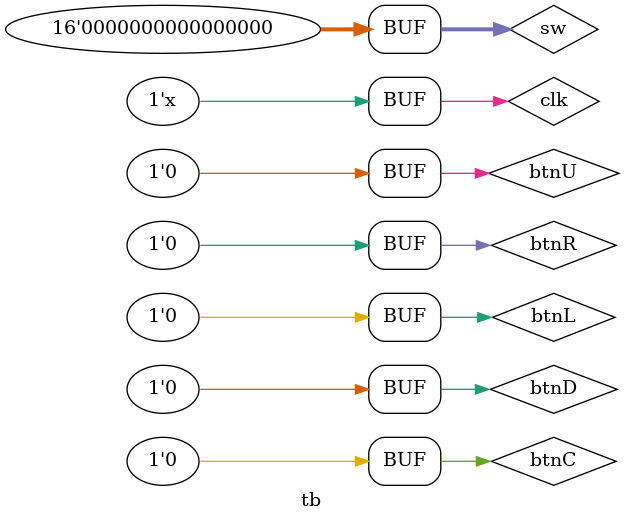
<source format=v>
module tb();
    reg clk = 1;
    reg btnR = 0;
    reg [15:0] sw = 16'd0;
    reg btnU = 0;
    reg btnL = 0;
    reg btnC = 0;
    reg btnD = 0;
    wire [6:0] seg;
    wire [6:0] seg2;
    wire [6:0] seg3;
    wire [3:0] an;
    wire [0:0] an2;
    wire [0:0] an3;
    always begin 
       #5 clk = ~clk;
    end
    top UUT(.clk(clk),.btnR(btnR), .sw(sw), .btnU(btnU), .btnL(btnL), .btnC(btnC),.btnD(btnD),.seg(seg),.an(an),.an2(an2),.seg2(seg2),.an3(an3),.seg3(seg3));
endmodule

</source>
